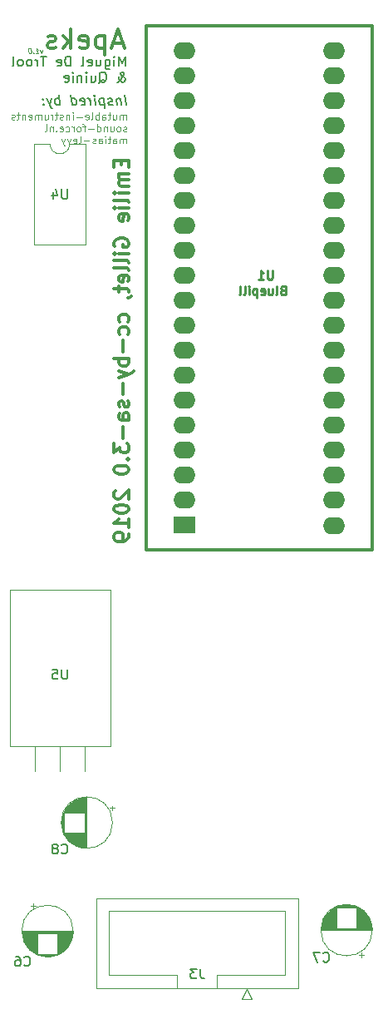
<source format=gbr>
%TF.GenerationSoftware,KiCad,Pcbnew,(6.0.0)*%
%TF.CreationDate,2022-11-14T01:28:36+01:00*%
%TF.ProjectId,Apeks,4170656b-732e-46b6-9963-61645f706362,rev?*%
%TF.SameCoordinates,Original*%
%TF.FileFunction,Legend,Bot*%
%TF.FilePolarity,Positive*%
%FSLAX46Y46*%
G04 Gerber Fmt 4.6, Leading zero omitted, Abs format (unit mm)*
G04 Created by KiCad (PCBNEW (6.0.0)) date 2022-11-14 01:28:36*
%MOMM*%
%LPD*%
G01*
G04 APERTURE LIST*
%ADD10C,0.375000*%
%ADD11C,0.100000*%
%ADD12C,0.300000*%
%ADD13C,0.125000*%
%ADD14C,0.200000*%
%ADD15C,0.150000*%
%ADD16C,0.222250*%
%ADD17C,0.120000*%
%ADD18C,0.304800*%
%ADD19R,2.250000X1.727200*%
%ADD20O,2.250000X1.727200*%
G04 APERTURE END LIST*
D10*
X112454842Y-38560333D02*
X111502461Y-38560333D01*
X112645319Y-39131761D02*
X111978652Y-37131761D01*
X111311985Y-39131761D01*
X110645319Y-37798428D02*
X110645319Y-39798428D01*
X110645319Y-37893666D02*
X110454842Y-37798428D01*
X110073890Y-37798428D01*
X109883414Y-37893666D01*
X109788176Y-37988904D01*
X109692938Y-38179380D01*
X109692938Y-38750809D01*
X109788176Y-38941285D01*
X109883414Y-39036523D01*
X110073890Y-39131761D01*
X110454842Y-39131761D01*
X110645319Y-39036523D01*
X108073890Y-39036523D02*
X108264366Y-39131761D01*
X108645319Y-39131761D01*
X108835795Y-39036523D01*
X108931033Y-38846047D01*
X108931033Y-38084142D01*
X108835795Y-37893666D01*
X108645319Y-37798428D01*
X108264366Y-37798428D01*
X108073890Y-37893666D01*
X107978652Y-38084142D01*
X107978652Y-38274619D01*
X108931033Y-38465095D01*
X107121509Y-39131761D02*
X107121509Y-37131761D01*
X106931033Y-38369857D02*
X106359604Y-39131761D01*
X106359604Y-37798428D02*
X107121509Y-38560333D01*
X105597700Y-39036523D02*
X105407223Y-39131761D01*
X105026271Y-39131761D01*
X104835795Y-39036523D01*
X104740557Y-38846047D01*
X104740557Y-38750809D01*
X104835795Y-38560333D01*
X105026271Y-38465095D01*
X105311985Y-38465095D01*
X105502461Y-38369857D01*
X105597700Y-38179380D01*
X105597700Y-38084142D01*
X105502461Y-37893666D01*
X105311985Y-37798428D01*
X105026271Y-37798428D01*
X104835795Y-37893666D01*
D11*
X112786428Y-46375785D02*
X112786428Y-45875785D01*
X112786428Y-45947214D02*
X112750714Y-45911500D01*
X112679285Y-45875785D01*
X112572142Y-45875785D01*
X112500714Y-45911500D01*
X112465000Y-45982928D01*
X112465000Y-46375785D01*
X112465000Y-45982928D02*
X112429285Y-45911500D01*
X112357857Y-45875785D01*
X112250714Y-45875785D01*
X112179285Y-45911500D01*
X112143571Y-45982928D01*
X112143571Y-46375785D01*
X111465000Y-45875785D02*
X111465000Y-46375785D01*
X111786428Y-45875785D02*
X111786428Y-46268642D01*
X111750714Y-46340071D01*
X111679285Y-46375785D01*
X111572142Y-46375785D01*
X111500714Y-46340071D01*
X111465000Y-46304357D01*
X111215000Y-45875785D02*
X110929285Y-45875785D01*
X111107857Y-45625785D02*
X111107857Y-46268642D01*
X111072142Y-46340071D01*
X111000714Y-46375785D01*
X110929285Y-46375785D01*
X110357857Y-46375785D02*
X110357857Y-45982928D01*
X110393571Y-45911500D01*
X110465000Y-45875785D01*
X110607857Y-45875785D01*
X110679285Y-45911500D01*
X110357857Y-46340071D02*
X110429285Y-46375785D01*
X110607857Y-46375785D01*
X110679285Y-46340071D01*
X110715000Y-46268642D01*
X110715000Y-46197214D01*
X110679285Y-46125785D01*
X110607857Y-46090071D01*
X110429285Y-46090071D01*
X110357857Y-46054357D01*
X110000714Y-46375785D02*
X110000714Y-45625785D01*
X110000714Y-45911500D02*
X109929285Y-45875785D01*
X109786428Y-45875785D01*
X109715000Y-45911500D01*
X109679285Y-45947214D01*
X109643571Y-46018642D01*
X109643571Y-46232928D01*
X109679285Y-46304357D01*
X109715000Y-46340071D01*
X109786428Y-46375785D01*
X109929285Y-46375785D01*
X110000714Y-46340071D01*
X109215000Y-46375785D02*
X109286428Y-46340071D01*
X109322142Y-46268642D01*
X109322142Y-45625785D01*
X108643571Y-46340071D02*
X108715000Y-46375785D01*
X108857857Y-46375785D01*
X108929285Y-46340071D01*
X108965000Y-46268642D01*
X108965000Y-45982928D01*
X108929285Y-45911500D01*
X108857857Y-45875785D01*
X108715000Y-45875785D01*
X108643571Y-45911500D01*
X108607857Y-45982928D01*
X108607857Y-46054357D01*
X108965000Y-46125785D01*
X108286428Y-46090071D02*
X107715000Y-46090071D01*
X107357857Y-46375785D02*
X107357857Y-45875785D01*
X107357857Y-45625785D02*
X107393571Y-45661500D01*
X107357857Y-45697214D01*
X107322142Y-45661500D01*
X107357857Y-45625785D01*
X107357857Y-45697214D01*
X107000714Y-45875785D02*
X107000714Y-46375785D01*
X107000714Y-45947214D02*
X106965000Y-45911500D01*
X106893571Y-45875785D01*
X106786428Y-45875785D01*
X106715000Y-45911500D01*
X106679285Y-45982928D01*
X106679285Y-46375785D01*
X106357857Y-46340071D02*
X106286428Y-46375785D01*
X106143571Y-46375785D01*
X106072142Y-46340071D01*
X106036428Y-46268642D01*
X106036428Y-46232928D01*
X106072142Y-46161500D01*
X106143571Y-46125785D01*
X106250714Y-46125785D01*
X106322142Y-46090071D01*
X106357857Y-46018642D01*
X106357857Y-45982928D01*
X106322142Y-45911500D01*
X106250714Y-45875785D01*
X106143571Y-45875785D01*
X106072142Y-45911500D01*
X105822142Y-45875785D02*
X105536428Y-45875785D01*
X105715000Y-45625785D02*
X105715000Y-46268642D01*
X105679285Y-46340071D01*
X105607857Y-46375785D01*
X105536428Y-46375785D01*
X105286428Y-46375785D02*
X105286428Y-45875785D01*
X105286428Y-46018642D02*
X105250714Y-45947214D01*
X105215000Y-45911500D01*
X105143571Y-45875785D01*
X105072142Y-45875785D01*
X104500714Y-45875785D02*
X104500714Y-46375785D01*
X104822142Y-45875785D02*
X104822142Y-46268642D01*
X104786428Y-46340071D01*
X104715000Y-46375785D01*
X104607857Y-46375785D01*
X104536428Y-46340071D01*
X104500714Y-46304357D01*
X104143571Y-46375785D02*
X104143571Y-45875785D01*
X104143571Y-45947214D02*
X104107857Y-45911500D01*
X104036428Y-45875785D01*
X103929285Y-45875785D01*
X103857857Y-45911500D01*
X103822142Y-45982928D01*
X103822142Y-46375785D01*
X103822142Y-45982928D02*
X103786428Y-45911500D01*
X103715000Y-45875785D01*
X103607857Y-45875785D01*
X103536428Y-45911500D01*
X103500714Y-45982928D01*
X103500714Y-46375785D01*
X102857857Y-46340071D02*
X102929285Y-46375785D01*
X103072142Y-46375785D01*
X103143571Y-46340071D01*
X103179285Y-46268642D01*
X103179285Y-45982928D01*
X103143571Y-45911500D01*
X103072142Y-45875785D01*
X102929285Y-45875785D01*
X102857857Y-45911500D01*
X102822142Y-45982928D01*
X102822142Y-46054357D01*
X103179285Y-46125785D01*
X102500714Y-45875785D02*
X102500714Y-46375785D01*
X102500714Y-45947214D02*
X102465000Y-45911500D01*
X102393571Y-45875785D01*
X102286428Y-45875785D01*
X102215000Y-45911500D01*
X102179285Y-45982928D01*
X102179285Y-46375785D01*
X101929285Y-45875785D02*
X101643571Y-45875785D01*
X101822142Y-45625785D02*
X101822142Y-46268642D01*
X101786428Y-46340071D01*
X101715000Y-46375785D01*
X101643571Y-46375785D01*
X101429285Y-46340071D02*
X101357857Y-46375785D01*
X101215000Y-46375785D01*
X101143571Y-46340071D01*
X101107857Y-46268642D01*
X101107857Y-46232928D01*
X101143571Y-46161500D01*
X101215000Y-46125785D01*
X101322142Y-46125785D01*
X101393571Y-46090071D01*
X101429285Y-46018642D01*
X101429285Y-45982928D01*
X101393571Y-45911500D01*
X101322142Y-45875785D01*
X101215000Y-45875785D01*
X101143571Y-45911500D01*
X112822142Y-47547571D02*
X112750714Y-47583285D01*
X112607857Y-47583285D01*
X112536428Y-47547571D01*
X112500714Y-47476142D01*
X112500714Y-47440428D01*
X112536428Y-47369000D01*
X112607857Y-47333285D01*
X112715000Y-47333285D01*
X112786428Y-47297571D01*
X112822142Y-47226142D01*
X112822142Y-47190428D01*
X112786428Y-47119000D01*
X112715000Y-47083285D01*
X112607857Y-47083285D01*
X112536428Y-47119000D01*
X112072142Y-47583285D02*
X112143571Y-47547571D01*
X112179285Y-47511857D01*
X112215000Y-47440428D01*
X112215000Y-47226142D01*
X112179285Y-47154714D01*
X112143571Y-47119000D01*
X112072142Y-47083285D01*
X111965000Y-47083285D01*
X111893571Y-47119000D01*
X111857857Y-47154714D01*
X111822142Y-47226142D01*
X111822142Y-47440428D01*
X111857857Y-47511857D01*
X111893571Y-47547571D01*
X111965000Y-47583285D01*
X112072142Y-47583285D01*
X111179285Y-47083285D02*
X111179285Y-47583285D01*
X111500714Y-47083285D02*
X111500714Y-47476142D01*
X111465000Y-47547571D01*
X111393571Y-47583285D01*
X111286428Y-47583285D01*
X111215000Y-47547571D01*
X111179285Y-47511857D01*
X110822142Y-47083285D02*
X110822142Y-47583285D01*
X110822142Y-47154714D02*
X110786428Y-47119000D01*
X110715000Y-47083285D01*
X110607857Y-47083285D01*
X110536428Y-47119000D01*
X110500714Y-47190428D01*
X110500714Y-47583285D01*
X109822142Y-47583285D02*
X109822142Y-46833285D01*
X109822142Y-47547571D02*
X109893571Y-47583285D01*
X110036428Y-47583285D01*
X110107857Y-47547571D01*
X110143571Y-47511857D01*
X110179285Y-47440428D01*
X110179285Y-47226142D01*
X110143571Y-47154714D01*
X110107857Y-47119000D01*
X110036428Y-47083285D01*
X109893571Y-47083285D01*
X109822142Y-47119000D01*
X109465000Y-47297571D02*
X108893571Y-47297571D01*
X108643571Y-47083285D02*
X108357857Y-47083285D01*
X108536428Y-47583285D02*
X108536428Y-46940428D01*
X108500714Y-46869000D01*
X108429285Y-46833285D01*
X108357857Y-46833285D01*
X108000714Y-47583285D02*
X108072142Y-47547571D01*
X108107857Y-47511857D01*
X108143571Y-47440428D01*
X108143571Y-47226142D01*
X108107857Y-47154714D01*
X108072142Y-47119000D01*
X108000714Y-47083285D01*
X107893571Y-47083285D01*
X107822142Y-47119000D01*
X107786428Y-47154714D01*
X107750714Y-47226142D01*
X107750714Y-47440428D01*
X107786428Y-47511857D01*
X107822142Y-47547571D01*
X107893571Y-47583285D01*
X108000714Y-47583285D01*
X107429285Y-47583285D02*
X107429285Y-47083285D01*
X107429285Y-47226142D02*
X107393571Y-47154714D01*
X107357857Y-47119000D01*
X107286428Y-47083285D01*
X107215000Y-47083285D01*
X106643571Y-47547571D02*
X106715000Y-47583285D01*
X106857857Y-47583285D01*
X106929285Y-47547571D01*
X106965000Y-47511857D01*
X107000714Y-47440428D01*
X107000714Y-47226142D01*
X106965000Y-47154714D01*
X106929285Y-47119000D01*
X106857857Y-47083285D01*
X106715000Y-47083285D01*
X106643571Y-47119000D01*
X106036428Y-47547571D02*
X106107857Y-47583285D01*
X106250714Y-47583285D01*
X106322142Y-47547571D01*
X106357857Y-47476142D01*
X106357857Y-47190428D01*
X106322142Y-47119000D01*
X106250714Y-47083285D01*
X106107857Y-47083285D01*
X106036428Y-47119000D01*
X106000714Y-47190428D01*
X106000714Y-47261857D01*
X106357857Y-47333285D01*
X105679285Y-47511857D02*
X105643571Y-47547571D01*
X105679285Y-47583285D01*
X105715000Y-47547571D01*
X105679285Y-47511857D01*
X105679285Y-47583285D01*
X105322142Y-47083285D02*
X105322142Y-47583285D01*
X105322142Y-47154714D02*
X105286428Y-47119000D01*
X105215000Y-47083285D01*
X105107857Y-47083285D01*
X105036428Y-47119000D01*
X105000714Y-47190428D01*
X105000714Y-47583285D01*
X104536428Y-47583285D02*
X104607857Y-47547571D01*
X104643571Y-47476142D01*
X104643571Y-46833285D01*
X112786428Y-48790785D02*
X112786428Y-48290785D01*
X112786428Y-48362214D02*
X112750714Y-48326500D01*
X112679285Y-48290785D01*
X112572142Y-48290785D01*
X112500714Y-48326500D01*
X112465000Y-48397928D01*
X112465000Y-48790785D01*
X112465000Y-48397928D02*
X112429285Y-48326500D01*
X112357857Y-48290785D01*
X112250714Y-48290785D01*
X112179285Y-48326500D01*
X112143571Y-48397928D01*
X112143571Y-48790785D01*
X111465000Y-48790785D02*
X111465000Y-48397928D01*
X111500714Y-48326500D01*
X111572142Y-48290785D01*
X111715000Y-48290785D01*
X111786428Y-48326500D01*
X111465000Y-48755071D02*
X111536428Y-48790785D01*
X111715000Y-48790785D01*
X111786428Y-48755071D01*
X111822142Y-48683642D01*
X111822142Y-48612214D01*
X111786428Y-48540785D01*
X111715000Y-48505071D01*
X111536428Y-48505071D01*
X111465000Y-48469357D01*
X111215000Y-48290785D02*
X110929285Y-48290785D01*
X111107857Y-48040785D02*
X111107857Y-48683642D01*
X111072142Y-48755071D01*
X111000714Y-48790785D01*
X110929285Y-48790785D01*
X110679285Y-48790785D02*
X110679285Y-48290785D01*
X110679285Y-48040785D02*
X110715000Y-48076500D01*
X110679285Y-48112214D01*
X110643571Y-48076500D01*
X110679285Y-48040785D01*
X110679285Y-48112214D01*
X110000714Y-48790785D02*
X110000714Y-48397928D01*
X110036428Y-48326500D01*
X110107857Y-48290785D01*
X110250714Y-48290785D01*
X110322142Y-48326500D01*
X110000714Y-48755071D02*
X110072142Y-48790785D01*
X110250714Y-48790785D01*
X110322142Y-48755071D01*
X110357857Y-48683642D01*
X110357857Y-48612214D01*
X110322142Y-48540785D01*
X110250714Y-48505071D01*
X110072142Y-48505071D01*
X110000714Y-48469357D01*
X109679285Y-48755071D02*
X109607857Y-48790785D01*
X109465000Y-48790785D01*
X109393571Y-48755071D01*
X109357857Y-48683642D01*
X109357857Y-48647928D01*
X109393571Y-48576500D01*
X109465000Y-48540785D01*
X109572142Y-48540785D01*
X109643571Y-48505071D01*
X109679285Y-48433642D01*
X109679285Y-48397928D01*
X109643571Y-48326500D01*
X109572142Y-48290785D01*
X109465000Y-48290785D01*
X109393571Y-48326500D01*
X109036428Y-48505071D02*
X108465000Y-48505071D01*
X108000714Y-48790785D02*
X108072142Y-48755071D01*
X108107857Y-48683642D01*
X108107857Y-48040785D01*
X107429285Y-48755071D02*
X107500714Y-48790785D01*
X107643571Y-48790785D01*
X107715000Y-48755071D01*
X107750714Y-48683642D01*
X107750714Y-48397928D01*
X107715000Y-48326500D01*
X107643571Y-48290785D01*
X107500714Y-48290785D01*
X107429285Y-48326500D01*
X107393571Y-48397928D01*
X107393571Y-48469357D01*
X107750714Y-48540785D01*
X107143571Y-48290785D02*
X106965000Y-48790785D01*
X106786428Y-48290785D01*
X106572142Y-48290785D02*
X106393571Y-48790785D01*
X106215000Y-48290785D02*
X106393571Y-48790785D01*
X106465000Y-48969357D01*
X106500714Y-49005071D01*
X106572142Y-49040785D01*
D12*
X112287857Y-50492857D02*
X112287857Y-50992857D01*
X113073571Y-51207142D02*
X113073571Y-50492857D01*
X111573571Y-50492857D01*
X111573571Y-51207142D01*
X113073571Y-51850000D02*
X112073571Y-51850000D01*
X112216428Y-51850000D02*
X112145000Y-51921428D01*
X112073571Y-52064285D01*
X112073571Y-52278571D01*
X112145000Y-52421428D01*
X112287857Y-52492857D01*
X113073571Y-52492857D01*
X112287857Y-52492857D02*
X112145000Y-52564285D01*
X112073571Y-52707142D01*
X112073571Y-52921428D01*
X112145000Y-53064285D01*
X112287857Y-53135714D01*
X113073571Y-53135714D01*
X113073571Y-53850000D02*
X112073571Y-53850000D01*
X111573571Y-53850000D02*
X111645000Y-53778571D01*
X111716428Y-53850000D01*
X111645000Y-53921428D01*
X111573571Y-53850000D01*
X111716428Y-53850000D01*
X113073571Y-54778571D02*
X113002142Y-54635714D01*
X112859285Y-54564285D01*
X111573571Y-54564285D01*
X113073571Y-55350000D02*
X112073571Y-55350000D01*
X111573571Y-55350000D02*
X111645000Y-55278571D01*
X111716428Y-55350000D01*
X111645000Y-55421428D01*
X111573571Y-55350000D01*
X111716428Y-55350000D01*
X113002142Y-56635714D02*
X113073571Y-56492857D01*
X113073571Y-56207142D01*
X113002142Y-56064285D01*
X112859285Y-55992857D01*
X112287857Y-55992857D01*
X112145000Y-56064285D01*
X112073571Y-56207142D01*
X112073571Y-56492857D01*
X112145000Y-56635714D01*
X112287857Y-56707142D01*
X112430714Y-56707142D01*
X112573571Y-55992857D01*
X111645000Y-59278571D02*
X111573571Y-59135714D01*
X111573571Y-58921428D01*
X111645000Y-58707142D01*
X111787857Y-58564285D01*
X111930714Y-58492857D01*
X112216428Y-58421428D01*
X112430714Y-58421428D01*
X112716428Y-58492857D01*
X112859285Y-58564285D01*
X113002142Y-58707142D01*
X113073571Y-58921428D01*
X113073571Y-59064285D01*
X113002142Y-59278571D01*
X112930714Y-59350000D01*
X112430714Y-59350000D01*
X112430714Y-59064285D01*
X113073571Y-59992857D02*
X112073571Y-59992857D01*
X111573571Y-59992857D02*
X111645000Y-59921428D01*
X111716428Y-59992857D01*
X111645000Y-60064285D01*
X111573571Y-59992857D01*
X111716428Y-59992857D01*
X113073571Y-60921428D02*
X113002142Y-60778571D01*
X112859285Y-60707142D01*
X111573571Y-60707142D01*
X113073571Y-61707142D02*
X113002142Y-61564285D01*
X112859285Y-61492857D01*
X111573571Y-61492857D01*
X113002142Y-62850000D02*
X113073571Y-62707142D01*
X113073571Y-62421428D01*
X113002142Y-62278571D01*
X112859285Y-62207142D01*
X112287857Y-62207142D01*
X112145000Y-62278571D01*
X112073571Y-62421428D01*
X112073571Y-62707142D01*
X112145000Y-62850000D01*
X112287857Y-62921428D01*
X112430714Y-62921428D01*
X112573571Y-62207142D01*
X112073571Y-63350000D02*
X112073571Y-63921428D01*
X111573571Y-63564285D02*
X112859285Y-63564285D01*
X113002142Y-63635714D01*
X113073571Y-63778571D01*
X113073571Y-63921428D01*
X113002142Y-64492857D02*
X113073571Y-64492857D01*
X113216428Y-64421428D01*
X113287857Y-64350000D01*
X113002142Y-66921428D02*
X113073571Y-66778571D01*
X113073571Y-66492857D01*
X113002142Y-66350000D01*
X112930714Y-66278571D01*
X112787857Y-66207142D01*
X112359285Y-66207142D01*
X112216428Y-66278571D01*
X112145000Y-66350000D01*
X112073571Y-66492857D01*
X112073571Y-66778571D01*
X112145000Y-66921428D01*
X113002142Y-68207142D02*
X113073571Y-68064285D01*
X113073571Y-67778571D01*
X113002142Y-67635714D01*
X112930714Y-67564285D01*
X112787857Y-67492857D01*
X112359285Y-67492857D01*
X112216428Y-67564285D01*
X112145000Y-67635714D01*
X112073571Y-67778571D01*
X112073571Y-68064285D01*
X112145000Y-68207142D01*
X112502142Y-68850000D02*
X112502142Y-69992857D01*
X113073571Y-70707142D02*
X111573571Y-70707142D01*
X112145000Y-70707142D02*
X112073571Y-70850000D01*
X112073571Y-71135714D01*
X112145000Y-71278571D01*
X112216428Y-71350000D01*
X112359285Y-71421428D01*
X112787857Y-71421428D01*
X112930714Y-71350000D01*
X113002142Y-71278571D01*
X113073571Y-71135714D01*
X113073571Y-70850000D01*
X113002142Y-70707142D01*
X112073571Y-71921428D02*
X113073571Y-72278571D01*
X112073571Y-72635714D02*
X113073571Y-72278571D01*
X113430714Y-72135714D01*
X113502142Y-72064285D01*
X113573571Y-71921428D01*
X112502142Y-73207142D02*
X112502142Y-74350000D01*
X113002142Y-74992857D02*
X113073571Y-75135714D01*
X113073571Y-75421428D01*
X113002142Y-75564285D01*
X112859285Y-75635714D01*
X112787857Y-75635714D01*
X112645000Y-75564285D01*
X112573571Y-75421428D01*
X112573571Y-75207142D01*
X112502142Y-75064285D01*
X112359285Y-74992857D01*
X112287857Y-74992857D01*
X112145000Y-75064285D01*
X112073571Y-75207142D01*
X112073571Y-75421428D01*
X112145000Y-75564285D01*
X113073571Y-76921428D02*
X112287857Y-76921428D01*
X112145000Y-76850000D01*
X112073571Y-76707142D01*
X112073571Y-76421428D01*
X112145000Y-76278571D01*
X113002142Y-76921428D02*
X113073571Y-76778571D01*
X113073571Y-76421428D01*
X113002142Y-76278571D01*
X112859285Y-76207142D01*
X112716428Y-76207142D01*
X112573571Y-76278571D01*
X112502142Y-76421428D01*
X112502142Y-76778571D01*
X112430714Y-76921428D01*
X112502142Y-77635714D02*
X112502142Y-78778571D01*
X111573571Y-79350000D02*
X111573571Y-80278571D01*
X112145000Y-79778571D01*
X112145000Y-79992857D01*
X112216428Y-80135714D01*
X112287857Y-80207142D01*
X112430714Y-80278571D01*
X112787857Y-80278571D01*
X112930714Y-80207142D01*
X113002142Y-80135714D01*
X113073571Y-79992857D01*
X113073571Y-79564285D01*
X113002142Y-79421428D01*
X112930714Y-79350000D01*
X112930714Y-80921428D02*
X113002142Y-80992857D01*
X113073571Y-80921428D01*
X113002142Y-80850000D01*
X112930714Y-80921428D01*
X113073571Y-80921428D01*
X111573571Y-81921428D02*
X111573571Y-82064285D01*
X111645000Y-82207142D01*
X111716428Y-82278571D01*
X111859285Y-82350000D01*
X112145000Y-82421428D01*
X112502142Y-82421428D01*
X112787857Y-82350000D01*
X112930714Y-82278571D01*
X113002142Y-82207142D01*
X113073571Y-82064285D01*
X113073571Y-81921428D01*
X113002142Y-81778571D01*
X112930714Y-81707142D01*
X112787857Y-81635714D01*
X112502142Y-81564285D01*
X112145000Y-81564285D01*
X111859285Y-81635714D01*
X111716428Y-81707142D01*
X111645000Y-81778571D01*
X111573571Y-81921428D01*
X111716428Y-84135714D02*
X111645000Y-84207142D01*
X111573571Y-84350000D01*
X111573571Y-84707142D01*
X111645000Y-84850000D01*
X111716428Y-84921428D01*
X111859285Y-84992857D01*
X112002142Y-84992857D01*
X112216428Y-84921428D01*
X113073571Y-84064285D01*
X113073571Y-84992857D01*
X111573571Y-85921428D02*
X111573571Y-86064285D01*
X111645000Y-86207142D01*
X111716428Y-86278571D01*
X111859285Y-86350000D01*
X112145000Y-86421428D01*
X112502142Y-86421428D01*
X112787857Y-86350000D01*
X112930714Y-86278571D01*
X113002142Y-86207142D01*
X113073571Y-86064285D01*
X113073571Y-85921428D01*
X113002142Y-85778571D01*
X112930714Y-85707142D01*
X112787857Y-85635714D01*
X112502142Y-85564285D01*
X112145000Y-85564285D01*
X111859285Y-85635714D01*
X111716428Y-85707142D01*
X111645000Y-85778571D01*
X111573571Y-85921428D01*
X113073571Y-87850000D02*
X113073571Y-86992857D01*
X113073571Y-87421428D02*
X111573571Y-87421428D01*
X111787857Y-87278571D01*
X111930714Y-87135714D01*
X112002142Y-86992857D01*
X113073571Y-88564285D02*
X113073571Y-88850000D01*
X113002142Y-88992857D01*
X112930714Y-89064285D01*
X112716428Y-89207142D01*
X112430714Y-89278571D01*
X111859285Y-89278571D01*
X111716428Y-89207142D01*
X111645000Y-89135714D01*
X111573571Y-88992857D01*
X111573571Y-88707142D01*
X111645000Y-88564285D01*
X111716428Y-88492857D01*
X111859285Y-88421428D01*
X112216428Y-88421428D01*
X112359285Y-88492857D01*
X112430714Y-88564285D01*
X112502142Y-88707142D01*
X112502142Y-88992857D01*
X112430714Y-89135714D01*
X112359285Y-89207142D01*
X112216428Y-89278571D01*
D13*
X104224955Y-39262857D02*
X104147574Y-39596190D01*
X103986860Y-39262857D01*
X103576145Y-39596190D02*
X103861860Y-39596190D01*
X103719002Y-39596190D02*
X103656502Y-39096190D01*
X103713050Y-39167619D01*
X103766622Y-39215238D01*
X103817217Y-39239047D01*
X103355907Y-39548571D02*
X103335074Y-39572380D01*
X103361860Y-39596190D01*
X103382693Y-39572380D01*
X103355907Y-39548571D01*
X103361860Y-39596190D01*
X102966026Y-39096190D02*
X102918407Y-39096190D01*
X102873764Y-39120000D01*
X102852931Y-39143809D01*
X102835074Y-39191428D01*
X102823169Y-39286666D01*
X102838050Y-39405714D01*
X102873764Y-39500952D01*
X102903526Y-39548571D01*
X102930312Y-39572380D01*
X102980907Y-39596190D01*
X103028526Y-39596190D01*
X103073169Y-39572380D01*
X103094002Y-39548571D01*
X103111860Y-39500952D01*
X103123764Y-39405714D01*
X103108883Y-39286666D01*
X103073169Y-39191428D01*
X103043407Y-39143809D01*
X103016622Y-39120000D01*
X102966026Y-39096190D01*
D14*
X112768548Y-44876980D02*
X112643548Y-43876980D01*
X112209025Y-44210314D02*
X112292358Y-44876980D01*
X112220929Y-44305552D02*
X112167358Y-44257933D01*
X112066167Y-44210314D01*
X111923310Y-44210314D01*
X111834025Y-44257933D01*
X111798310Y-44353171D01*
X111863786Y-44876980D01*
X111429263Y-44829361D02*
X111339977Y-44876980D01*
X111149501Y-44876980D01*
X111048310Y-44829361D01*
X110988786Y-44734123D01*
X110982834Y-44686504D01*
X111018548Y-44591266D01*
X111107834Y-44543647D01*
X111250691Y-44543647D01*
X111339977Y-44496028D01*
X111375691Y-44400790D01*
X111369739Y-44353171D01*
X111310215Y-44257933D01*
X111209025Y-44210314D01*
X111066167Y-44210314D01*
X110976882Y-44257933D01*
X110494739Y-44210314D02*
X110619739Y-45210314D01*
X110500691Y-44257933D02*
X110399501Y-44210314D01*
X110209025Y-44210314D01*
X110119739Y-44257933D01*
X110078072Y-44305552D01*
X110042358Y-44400790D01*
X110078072Y-44686504D01*
X110137596Y-44781742D01*
X110191167Y-44829361D01*
X110292358Y-44876980D01*
X110482834Y-44876980D01*
X110572120Y-44829361D01*
X109673310Y-44876980D02*
X109589977Y-44210314D01*
X109548310Y-43876980D02*
X109601882Y-43924600D01*
X109560215Y-43972219D01*
X109506644Y-43924600D01*
X109548310Y-43876980D01*
X109560215Y-43972219D01*
X109197120Y-44876980D02*
X109113786Y-44210314D01*
X109137596Y-44400790D02*
X109078072Y-44305552D01*
X109024501Y-44257933D01*
X108923310Y-44210314D01*
X108828072Y-44210314D01*
X108191167Y-44829361D02*
X108292358Y-44876980D01*
X108482834Y-44876980D01*
X108572120Y-44829361D01*
X108607834Y-44734123D01*
X108560215Y-44353171D01*
X108500691Y-44257933D01*
X108399501Y-44210314D01*
X108209025Y-44210314D01*
X108119739Y-44257933D01*
X108084025Y-44353171D01*
X108095929Y-44448409D01*
X108584025Y-44543647D01*
X107292358Y-44876980D02*
X107167358Y-43876980D01*
X107286405Y-44829361D02*
X107387596Y-44876980D01*
X107578072Y-44876980D01*
X107667358Y-44829361D01*
X107709025Y-44781742D01*
X107744739Y-44686504D01*
X107709025Y-44400790D01*
X107649501Y-44305552D01*
X107595929Y-44257933D01*
X107494739Y-44210314D01*
X107304263Y-44210314D01*
X107214977Y-44257933D01*
X106054263Y-44876980D02*
X105929263Y-43876980D01*
X105976882Y-44257933D02*
X105875691Y-44210314D01*
X105685215Y-44210314D01*
X105595929Y-44257933D01*
X105554263Y-44305552D01*
X105518548Y-44400790D01*
X105554263Y-44686504D01*
X105613786Y-44781742D01*
X105667358Y-44829361D01*
X105768548Y-44876980D01*
X105959025Y-44876980D01*
X106048310Y-44829361D01*
X105161405Y-44210314D02*
X105006644Y-44876980D01*
X104685215Y-44210314D02*
X105006644Y-44876980D01*
X105131644Y-45115076D01*
X105185215Y-45162695D01*
X105286405Y-45210314D01*
X104375691Y-44781742D02*
X104334025Y-44829361D01*
X104387596Y-44876980D01*
X104429263Y-44829361D01*
X104375691Y-44781742D01*
X104387596Y-44876980D01*
X104310215Y-44257933D02*
X104268548Y-44305552D01*
X104322120Y-44353171D01*
X104363786Y-44305552D01*
X104310215Y-44257933D01*
X104322120Y-44353171D01*
D15*
X112694404Y-40922380D02*
X112694404Y-39922380D01*
X112361071Y-40636666D01*
X112027738Y-39922380D01*
X112027738Y-40922380D01*
X111551547Y-40922380D02*
X111551547Y-40255714D01*
X111551547Y-39922380D02*
X111599166Y-39970000D01*
X111551547Y-40017619D01*
X111503928Y-39970000D01*
X111551547Y-39922380D01*
X111551547Y-40017619D01*
X110646785Y-40255714D02*
X110646785Y-41065238D01*
X110694404Y-41160476D01*
X110742023Y-41208095D01*
X110837261Y-41255714D01*
X110980119Y-41255714D01*
X111075357Y-41208095D01*
X110646785Y-40874761D02*
X110742023Y-40922380D01*
X110932500Y-40922380D01*
X111027738Y-40874761D01*
X111075357Y-40827142D01*
X111122976Y-40731904D01*
X111122976Y-40446190D01*
X111075357Y-40350952D01*
X111027738Y-40303333D01*
X110932500Y-40255714D01*
X110742023Y-40255714D01*
X110646785Y-40303333D01*
X109742023Y-40255714D02*
X109742023Y-40922380D01*
X110170595Y-40255714D02*
X110170595Y-40779523D01*
X110122976Y-40874761D01*
X110027738Y-40922380D01*
X109884880Y-40922380D01*
X109789642Y-40874761D01*
X109742023Y-40827142D01*
X108884880Y-40874761D02*
X108980119Y-40922380D01*
X109170595Y-40922380D01*
X109265833Y-40874761D01*
X109313452Y-40779523D01*
X109313452Y-40398571D01*
X109265833Y-40303333D01*
X109170595Y-40255714D01*
X108980119Y-40255714D01*
X108884880Y-40303333D01*
X108837261Y-40398571D01*
X108837261Y-40493809D01*
X109313452Y-40589047D01*
X108265833Y-40922380D02*
X108361071Y-40874761D01*
X108408690Y-40779523D01*
X108408690Y-39922380D01*
X107122976Y-40922380D02*
X107122976Y-39922380D01*
X106884880Y-39922380D01*
X106742023Y-39970000D01*
X106646785Y-40065238D01*
X106599166Y-40160476D01*
X106551547Y-40350952D01*
X106551547Y-40493809D01*
X106599166Y-40684285D01*
X106646785Y-40779523D01*
X106742023Y-40874761D01*
X106884880Y-40922380D01*
X107122976Y-40922380D01*
X105742023Y-40874761D02*
X105837261Y-40922380D01*
X106027738Y-40922380D01*
X106122976Y-40874761D01*
X106170595Y-40779523D01*
X106170595Y-40398571D01*
X106122976Y-40303333D01*
X106027738Y-40255714D01*
X105837261Y-40255714D01*
X105742023Y-40303333D01*
X105694404Y-40398571D01*
X105694404Y-40493809D01*
X106170595Y-40589047D01*
X104646785Y-39922380D02*
X104075357Y-39922380D01*
X104361071Y-40922380D02*
X104361071Y-39922380D01*
X103742023Y-40922380D02*
X103742023Y-40255714D01*
X103742023Y-40446190D02*
X103694404Y-40350952D01*
X103646785Y-40303333D01*
X103551547Y-40255714D01*
X103456309Y-40255714D01*
X102980119Y-40922380D02*
X103075357Y-40874761D01*
X103122976Y-40827142D01*
X103170595Y-40731904D01*
X103170595Y-40446190D01*
X103122976Y-40350952D01*
X103075357Y-40303333D01*
X102980119Y-40255714D01*
X102837261Y-40255714D01*
X102742023Y-40303333D01*
X102694404Y-40350952D01*
X102646785Y-40446190D01*
X102646785Y-40731904D01*
X102694404Y-40827142D01*
X102742023Y-40874761D01*
X102837261Y-40922380D01*
X102980119Y-40922380D01*
X102075357Y-40922380D02*
X102170595Y-40874761D01*
X102218214Y-40827142D01*
X102265833Y-40731904D01*
X102265833Y-40446190D01*
X102218214Y-40350952D01*
X102170595Y-40303333D01*
X102075357Y-40255714D01*
X101932500Y-40255714D01*
X101837261Y-40303333D01*
X101789642Y-40350952D01*
X101742023Y-40446190D01*
X101742023Y-40731904D01*
X101789642Y-40827142D01*
X101837261Y-40874761D01*
X101932500Y-40922380D01*
X102075357Y-40922380D01*
X101170595Y-40922380D02*
X101265833Y-40874761D01*
X101313452Y-40779523D01*
X101313452Y-39922380D01*
X111884880Y-42532380D02*
X111932500Y-42532380D01*
X112027738Y-42484761D01*
X112170595Y-42341904D01*
X112408690Y-42056190D01*
X112503928Y-41913333D01*
X112551547Y-41770476D01*
X112551547Y-41675238D01*
X112503928Y-41580000D01*
X112408690Y-41532380D01*
X112361071Y-41532380D01*
X112265833Y-41580000D01*
X112218214Y-41675238D01*
X112218214Y-41722857D01*
X112265833Y-41818095D01*
X112313452Y-41865714D01*
X112599166Y-42056190D01*
X112646785Y-42103809D01*
X112694404Y-42199047D01*
X112694404Y-42341904D01*
X112646785Y-42437142D01*
X112599166Y-42484761D01*
X112503928Y-42532380D01*
X112361071Y-42532380D01*
X112265833Y-42484761D01*
X112218214Y-42437142D01*
X112075357Y-42246666D01*
X112027738Y-42103809D01*
X112027738Y-42008571D01*
X110027738Y-42627619D02*
X110122976Y-42580000D01*
X110218214Y-42484761D01*
X110361071Y-42341904D01*
X110456309Y-42294285D01*
X110551547Y-42294285D01*
X110503928Y-42532380D02*
X110599166Y-42484761D01*
X110694404Y-42389523D01*
X110742023Y-42199047D01*
X110742023Y-41865714D01*
X110694404Y-41675238D01*
X110599166Y-41580000D01*
X110503928Y-41532380D01*
X110313452Y-41532380D01*
X110218214Y-41580000D01*
X110122976Y-41675238D01*
X110075357Y-41865714D01*
X110075357Y-42199047D01*
X110122976Y-42389523D01*
X110218214Y-42484761D01*
X110313452Y-42532380D01*
X110503928Y-42532380D01*
X109218214Y-41865714D02*
X109218214Y-42532380D01*
X109646785Y-41865714D02*
X109646785Y-42389523D01*
X109599166Y-42484761D01*
X109503928Y-42532380D01*
X109361071Y-42532380D01*
X109265833Y-42484761D01*
X109218214Y-42437142D01*
X108742023Y-42532380D02*
X108742023Y-41865714D01*
X108742023Y-41532380D02*
X108789642Y-41580000D01*
X108742023Y-41627619D01*
X108694404Y-41580000D01*
X108742023Y-41532380D01*
X108742023Y-41627619D01*
X108265833Y-41865714D02*
X108265833Y-42532380D01*
X108265833Y-41960952D02*
X108218214Y-41913333D01*
X108122976Y-41865714D01*
X107980119Y-41865714D01*
X107884880Y-41913333D01*
X107837261Y-42008571D01*
X107837261Y-42532380D01*
X107361071Y-42532380D02*
X107361071Y-41865714D01*
X107361071Y-41532380D02*
X107408690Y-41580000D01*
X107361071Y-41627619D01*
X107313452Y-41580000D01*
X107361071Y-41532380D01*
X107361071Y-41627619D01*
X106503928Y-42484761D02*
X106599166Y-42532380D01*
X106789642Y-42532380D01*
X106884880Y-42484761D01*
X106932500Y-42389523D01*
X106932500Y-42008571D01*
X106884880Y-41913333D01*
X106789642Y-41865714D01*
X106599166Y-41865714D01*
X106503928Y-41913333D01*
X106456309Y-42008571D01*
X106456309Y-42103809D01*
X106932500Y-42199047D01*
%TO.C,U4*%
X106806904Y-53437380D02*
X106806904Y-54246904D01*
X106759285Y-54342142D01*
X106711666Y-54389761D01*
X106616428Y-54437380D01*
X106425952Y-54437380D01*
X106330714Y-54389761D01*
X106283095Y-54342142D01*
X106235476Y-54246904D01*
X106235476Y-53437380D01*
X105330714Y-53770714D02*
X105330714Y-54437380D01*
X105568809Y-53389761D02*
X105806904Y-54104047D01*
X105187857Y-54104047D01*
%TO.C,J3*%
X120348333Y-132802380D02*
X120348333Y-133516666D01*
X120395952Y-133659523D01*
X120491190Y-133754761D01*
X120634047Y-133802380D01*
X120729285Y-133802380D01*
X119967380Y-132802380D02*
X119348333Y-132802380D01*
X119681666Y-133183333D01*
X119538809Y-133183333D01*
X119443571Y-133230952D01*
X119395952Y-133278571D01*
X119348333Y-133373809D01*
X119348333Y-133611904D01*
X119395952Y-133707142D01*
X119443571Y-133754761D01*
X119538809Y-133802380D01*
X119824523Y-133802380D01*
X119919761Y-133754761D01*
X119967380Y-133707142D01*
D16*
%TO.C,U1*%
X127677333Y-61743166D02*
X127677333Y-62462833D01*
X127635000Y-62547500D01*
X127592666Y-62589833D01*
X127508000Y-62632166D01*
X127338666Y-62632166D01*
X127254000Y-62589833D01*
X127211666Y-62547500D01*
X127169333Y-62462833D01*
X127169333Y-61743166D01*
X126280333Y-62632166D02*
X126788333Y-62632166D01*
X126534333Y-62632166D02*
X126534333Y-61743166D01*
X126619000Y-61870166D01*
X126703666Y-61954833D01*
X126788333Y-61997166D01*
X128752600Y-63726700D02*
X128625600Y-63769033D01*
X128583266Y-63811366D01*
X128540933Y-63896033D01*
X128540933Y-64023033D01*
X128583266Y-64107700D01*
X128625600Y-64150033D01*
X128710266Y-64192366D01*
X129048933Y-64192366D01*
X129048933Y-63303366D01*
X128752600Y-63303366D01*
X128667933Y-63345700D01*
X128625600Y-63388033D01*
X128583266Y-63472700D01*
X128583266Y-63557366D01*
X128625600Y-63642033D01*
X128667933Y-63684366D01*
X128752600Y-63726700D01*
X129048933Y-63726700D01*
X128032933Y-64192366D02*
X128117600Y-64150033D01*
X128159933Y-64065366D01*
X128159933Y-63303366D01*
X127313266Y-63599700D02*
X127313266Y-64192366D01*
X127694266Y-63599700D02*
X127694266Y-64065366D01*
X127651933Y-64150033D01*
X127567266Y-64192366D01*
X127440266Y-64192366D01*
X127355600Y-64150033D01*
X127313266Y-64107700D01*
X126551266Y-64150033D02*
X126635933Y-64192366D01*
X126805266Y-64192366D01*
X126889933Y-64150033D01*
X126932266Y-64065366D01*
X126932266Y-63726700D01*
X126889933Y-63642033D01*
X126805266Y-63599700D01*
X126635933Y-63599700D01*
X126551266Y-63642033D01*
X126508933Y-63726700D01*
X126508933Y-63811366D01*
X126932266Y-63896033D01*
X126127933Y-63599700D02*
X126127933Y-64488700D01*
X126127933Y-63642033D02*
X126043266Y-63599700D01*
X125873933Y-63599700D01*
X125789266Y-63642033D01*
X125746933Y-63684366D01*
X125704600Y-63769033D01*
X125704600Y-64023033D01*
X125746933Y-64107700D01*
X125789266Y-64150033D01*
X125873933Y-64192366D01*
X126043266Y-64192366D01*
X126127933Y-64150033D01*
X125323600Y-64192366D02*
X125323600Y-63599700D01*
X125323600Y-63303366D02*
X125365933Y-63345700D01*
X125323600Y-63388033D01*
X125281266Y-63345700D01*
X125323600Y-63303366D01*
X125323600Y-63388033D01*
X124773266Y-64192366D02*
X124857933Y-64150033D01*
X124900266Y-64065366D01*
X124900266Y-63303366D01*
X124307600Y-64192366D02*
X124392266Y-64150033D01*
X124434600Y-64065366D01*
X124434600Y-63303366D01*
D15*
%TO.C,C6*%
X102401666Y-132437142D02*
X102449285Y-132484761D01*
X102592142Y-132532380D01*
X102687380Y-132532380D01*
X102830238Y-132484761D01*
X102925476Y-132389523D01*
X102973095Y-132294285D01*
X103020714Y-132103809D01*
X103020714Y-131960952D01*
X102973095Y-131770476D01*
X102925476Y-131675238D01*
X102830238Y-131580000D01*
X102687380Y-131532380D01*
X102592142Y-131532380D01*
X102449285Y-131580000D01*
X102401666Y-131627619D01*
X101544523Y-131532380D02*
X101735000Y-131532380D01*
X101830238Y-131580000D01*
X101877857Y-131627619D01*
X101973095Y-131770476D01*
X102020714Y-131960952D01*
X102020714Y-132341904D01*
X101973095Y-132437142D01*
X101925476Y-132484761D01*
X101830238Y-132532380D01*
X101639761Y-132532380D01*
X101544523Y-132484761D01*
X101496904Y-132437142D01*
X101449285Y-132341904D01*
X101449285Y-132103809D01*
X101496904Y-132008571D01*
X101544523Y-131960952D01*
X101639761Y-131913333D01*
X101830238Y-131913333D01*
X101925476Y-131960952D01*
X101973095Y-132008571D01*
X102020714Y-132103809D01*
%TO.C,C7*%
X132881666Y-132022029D02*
X132929285Y-132069648D01*
X133072142Y-132117267D01*
X133167380Y-132117267D01*
X133310238Y-132069648D01*
X133405476Y-131974410D01*
X133453095Y-131879172D01*
X133500714Y-131688696D01*
X133500714Y-131545839D01*
X133453095Y-131355363D01*
X133405476Y-131260125D01*
X133310238Y-131164887D01*
X133167380Y-131117267D01*
X133072142Y-131117267D01*
X132929285Y-131164887D01*
X132881666Y-131212506D01*
X132548333Y-131117267D02*
X131881666Y-131117267D01*
X132310238Y-132117267D01*
%TO.C,C8*%
X106211666Y-121007142D02*
X106259285Y-121054761D01*
X106402142Y-121102380D01*
X106497380Y-121102380D01*
X106640238Y-121054761D01*
X106735476Y-120959523D01*
X106783095Y-120864285D01*
X106830714Y-120673809D01*
X106830714Y-120530952D01*
X106783095Y-120340476D01*
X106735476Y-120245238D01*
X106640238Y-120150000D01*
X106497380Y-120102380D01*
X106402142Y-120102380D01*
X106259285Y-120150000D01*
X106211666Y-120197619D01*
X105640238Y-120530952D02*
X105735476Y-120483333D01*
X105783095Y-120435714D01*
X105830714Y-120340476D01*
X105830714Y-120292857D01*
X105783095Y-120197619D01*
X105735476Y-120150000D01*
X105640238Y-120102380D01*
X105449761Y-120102380D01*
X105354523Y-120150000D01*
X105306904Y-120197619D01*
X105259285Y-120292857D01*
X105259285Y-120340476D01*
X105306904Y-120435714D01*
X105354523Y-120483333D01*
X105449761Y-120530952D01*
X105640238Y-120530952D01*
X105735476Y-120578571D01*
X105783095Y-120626190D01*
X105830714Y-120721428D01*
X105830714Y-120911904D01*
X105783095Y-121007142D01*
X105735476Y-121054761D01*
X105640238Y-121102380D01*
X105449761Y-121102380D01*
X105354523Y-121054761D01*
X105306904Y-121007142D01*
X105259285Y-120911904D01*
X105259285Y-120721428D01*
X105306904Y-120626190D01*
X105354523Y-120578571D01*
X105449761Y-120530952D01*
%TO.C,U5*%
X106806904Y-102322380D02*
X106806904Y-103131904D01*
X106759285Y-103227142D01*
X106711666Y-103274761D01*
X106616428Y-103322380D01*
X106425952Y-103322380D01*
X106330714Y-103274761D01*
X106283095Y-103227142D01*
X106235476Y-103131904D01*
X106235476Y-102322380D01*
X105283095Y-102322380D02*
X105759285Y-102322380D01*
X105806904Y-102798571D01*
X105759285Y-102750952D01*
X105664047Y-102703333D01*
X105425952Y-102703333D01*
X105330714Y-102750952D01*
X105283095Y-102798571D01*
X105235476Y-102893809D01*
X105235476Y-103131904D01*
X105283095Y-103227142D01*
X105330714Y-103274761D01*
X105425952Y-103322380D01*
X105664047Y-103322380D01*
X105759285Y-103274761D01*
X105806904Y-103227142D01*
D17*
%TO.C,U4*%
X107035000Y-48845000D02*
X108685000Y-48845000D01*
X103385000Y-48845000D02*
X105035000Y-48845000D01*
X108685000Y-48845000D02*
X108685000Y-59125000D01*
X108685000Y-59125000D02*
X103385000Y-59125000D01*
X103385000Y-59125000D02*
X103385000Y-48845000D01*
X105035000Y-48845000D02*
G75*
G03*
X107035000Y-48845000I1000000J0D01*
G01*
%TO.C,J3*%
X117965000Y-133425000D02*
X117965000Y-134735000D01*
X129005000Y-126925000D02*
X111025000Y-126925000D01*
X122065000Y-134735000D02*
X122065000Y-133425000D01*
X109725000Y-125615000D02*
X109725000Y-134735000D01*
X122065000Y-133425000D02*
X129005000Y-133425000D01*
X129005000Y-133425000D02*
X129005000Y-126925000D01*
X109725000Y-134735000D02*
X130305000Y-134735000D01*
X117965000Y-133425000D02*
X117965000Y-133425000D01*
X124595000Y-135874000D02*
X125095000Y-134874000D01*
X125095000Y-134874000D02*
X125595000Y-135874000D01*
X130305000Y-125615000D02*
X109725000Y-125615000D01*
X111025000Y-133425000D02*
X117965000Y-133425000D01*
X130305000Y-134735000D02*
X130305000Y-125615000D01*
X111025000Y-126925000D02*
X111025000Y-133425000D01*
X125595000Y-135874000D02*
X124595000Y-135874000D01*
D18*
%TO.C,U1*%
X137865000Y-90180000D02*
X137865000Y-36780000D01*
X114865000Y-36780000D02*
X114865000Y-90180000D01*
X137865000Y-36780000D02*
X114865000Y-36780000D01*
X114865000Y-90180000D02*
X137865000Y-90180000D01*
D17*
%TO.C,C6*%
X102680000Y-130470888D02*
X103735000Y-130470888D01*
X103050000Y-126395113D02*
X103550000Y-126395113D01*
X102446000Y-130070888D02*
X103735000Y-130070888D01*
X102206000Y-129189888D02*
X103735000Y-129189888D01*
X103032000Y-130870888D02*
X103735000Y-130870888D01*
X102307000Y-129710888D02*
X103735000Y-129710888D01*
X105815000Y-129349888D02*
X107325000Y-129349888D01*
X102528000Y-130230888D02*
X103735000Y-130230888D01*
X105815000Y-129910888D02*
X107173000Y-129910888D01*
X103524000Y-131230888D02*
X103735000Y-131230888D01*
X102320000Y-129750888D02*
X103735000Y-129750888D01*
X102465000Y-130110888D02*
X103735000Y-130110888D01*
X105815000Y-129830888D02*
X107203000Y-129830888D01*
X103275000Y-131070888D02*
X103735000Y-131070888D01*
X105815000Y-129990888D02*
X107140000Y-129990888D01*
X105815000Y-129790888D02*
X107217000Y-129790888D01*
X103170000Y-130990888D02*
X103735000Y-130990888D01*
X105815000Y-130870888D02*
X106518000Y-130870888D01*
X102195000Y-128949888D02*
X107355000Y-128949888D01*
X105815000Y-130950888D02*
X106428000Y-130950888D01*
X102197000Y-129069888D02*
X107353000Y-129069888D01*
X102232000Y-129389888D02*
X103735000Y-129389888D01*
X105815000Y-130150888D02*
X107065000Y-130150888D01*
X105815000Y-130270888D02*
X106999000Y-130270888D01*
X102990000Y-130830888D02*
X103735000Y-130830888D01*
X105815000Y-130910888D02*
X106474000Y-130910888D01*
X102911000Y-130750888D02*
X103735000Y-130750888D01*
X105815000Y-129309888D02*
X107331000Y-129309888D01*
X103392000Y-131150888D02*
X103735000Y-131150888D01*
X105815000Y-129389888D02*
X107318000Y-129389888D01*
X105815000Y-129629888D02*
X107266000Y-129629888D01*
X102393000Y-129950888D02*
X103735000Y-129950888D01*
X105815000Y-131190888D02*
X106094000Y-131190888D01*
X105815000Y-131110888D02*
X106218000Y-131110888D01*
X105815000Y-130830888D02*
X106560000Y-130830888D01*
X102740000Y-130550888D02*
X103735000Y-130550888D01*
X103300000Y-126145113D02*
X103300000Y-126645113D01*
X102219000Y-129309888D02*
X103735000Y-129309888D01*
X103860000Y-131390888D02*
X105690000Y-131390888D01*
X102274000Y-129589888D02*
X103735000Y-129589888D01*
X102195000Y-128989888D02*
X107355000Y-128989888D01*
X103122000Y-130950888D02*
X103735000Y-130950888D01*
X102333000Y-129790888D02*
X103735000Y-129790888D01*
X105815000Y-129269888D02*
X107336000Y-129269888D01*
X102361000Y-129870888D02*
X103735000Y-129870888D01*
X104491000Y-131550888D02*
X105059000Y-131550888D01*
X105815000Y-130470888D02*
X106870000Y-130470888D01*
X105815000Y-130390888D02*
X106924000Y-130390888D01*
X105815000Y-130630888D02*
X106746000Y-130630888D01*
X105815000Y-129429888D02*
X107311000Y-129429888D01*
X102210000Y-129229888D02*
X103735000Y-129229888D01*
X105815000Y-130990888D02*
X106380000Y-130990888D01*
X102427000Y-130030888D02*
X103735000Y-130030888D01*
X103456000Y-131190888D02*
X103735000Y-131190888D01*
X102626000Y-130390888D02*
X103735000Y-130390888D01*
X105815000Y-129589888D02*
X107276000Y-129589888D01*
X105815000Y-130750888D02*
X106639000Y-130750888D01*
X105815000Y-130230888D02*
X107022000Y-130230888D01*
X103970000Y-131430888D02*
X105580000Y-131430888D01*
X105815000Y-129870888D02*
X107189000Y-129870888D01*
X105815000Y-129189888D02*
X107344000Y-129189888D01*
X102284000Y-129629888D02*
X103735000Y-129629888D01*
X105815000Y-130790888D02*
X106601000Y-130790888D01*
X102653000Y-130430888D02*
X103735000Y-130430888D01*
X105815000Y-130590888D02*
X106779000Y-130590888D01*
X102255000Y-129509888D02*
X103735000Y-129509888D01*
X102202000Y-129149888D02*
X107348000Y-129149888D01*
X105815000Y-131150888D02*
X106158000Y-131150888D01*
X102600000Y-130350888D02*
X103735000Y-130350888D01*
X102838000Y-130670888D02*
X103735000Y-130670888D01*
X105815000Y-131070888D02*
X106275000Y-131070888D01*
X104098000Y-131470888D02*
X105452000Y-131470888D01*
X102710000Y-130510888D02*
X103735000Y-130510888D01*
X102575000Y-130310888D02*
X103735000Y-130310888D01*
X105815000Y-130670888D02*
X106712000Y-130670888D01*
X103332000Y-131110888D02*
X103735000Y-131110888D01*
X102874000Y-130710888D02*
X103735000Y-130710888D01*
X102485000Y-130150888D02*
X103735000Y-130150888D01*
X105815000Y-129229888D02*
X107340000Y-129229888D01*
X105815000Y-130710888D02*
X106676000Y-130710888D01*
X102225000Y-129349888D02*
X103735000Y-129349888D01*
X103221000Y-131030888D02*
X103735000Y-131030888D01*
X102507000Y-130190888D02*
X103735000Y-130190888D01*
X105815000Y-130350888D02*
X106950000Y-130350888D01*
X105815000Y-130030888D02*
X107123000Y-130030888D01*
X105815000Y-130430888D02*
X106897000Y-130430888D01*
X103764000Y-131350888D02*
X105786000Y-131350888D01*
X102247000Y-129469888D02*
X103735000Y-129469888D01*
X102771000Y-130590888D02*
X103735000Y-130590888D01*
X102551000Y-130270888D02*
X103735000Y-130270888D01*
X102264000Y-129549888D02*
X103735000Y-129549888D01*
X102199000Y-129109888D02*
X107351000Y-129109888D01*
X105815000Y-129750888D02*
X107230000Y-129750888D01*
X103597000Y-131270888D02*
X105953000Y-131270888D01*
X105815000Y-131030888D02*
X106329000Y-131030888D01*
X105815000Y-129710888D02*
X107243000Y-129710888D01*
X105815000Y-130510888D02*
X106840000Y-130510888D01*
X102804000Y-130630888D02*
X103735000Y-130630888D01*
X105815000Y-130550888D02*
X106810000Y-130550888D01*
X105815000Y-130110888D02*
X107085000Y-130110888D01*
X102295000Y-129670888D02*
X103735000Y-129670888D01*
X103076000Y-130910888D02*
X103735000Y-130910888D01*
X102949000Y-130790888D02*
X103735000Y-130790888D01*
X105815000Y-129670888D02*
X107255000Y-129670888D01*
X102196000Y-129029888D02*
X107354000Y-129029888D01*
X102347000Y-129830888D02*
X103735000Y-129830888D01*
X105815000Y-129509888D02*
X107295000Y-129509888D01*
X102410000Y-129990888D02*
X103735000Y-129990888D01*
X105815000Y-129950888D02*
X107157000Y-129950888D01*
X105815000Y-131230888D02*
X106026000Y-131230888D01*
X105815000Y-130070888D02*
X107104000Y-130070888D01*
X105815000Y-129469888D02*
X107303000Y-129469888D01*
X102214000Y-129269888D02*
X103735000Y-129269888D01*
X104257000Y-131510888D02*
X105293000Y-131510888D01*
X105815000Y-129549888D02*
X107286000Y-129549888D01*
X105815000Y-130310888D02*
X106975000Y-130310888D01*
X102377000Y-129910888D02*
X103735000Y-129910888D01*
X102239000Y-129429888D02*
X103735000Y-129429888D01*
X103677000Y-131310888D02*
X105873000Y-131310888D01*
X105815000Y-130190888D02*
X107043000Y-130190888D01*
X107395000Y-128949888D02*
G75*
G03*
X107395000Y-128949888I-2620000J0D01*
G01*
%TO.C,C7*%
X137766000Y-128260112D02*
X136295000Y-128260112D01*
X137683000Y-127979112D02*
X136295000Y-127979112D01*
X137565000Y-127699112D02*
X136295000Y-127699112D01*
X134215000Y-128420112D02*
X132712000Y-128420112D01*
X134215000Y-126819112D02*
X133650000Y-126819112D01*
X134215000Y-127579112D02*
X133008000Y-127579112D01*
X134215000Y-127499112D02*
X133055000Y-127499112D01*
X135773000Y-126299112D02*
X134737000Y-126299112D01*
X137156000Y-127099112D02*
X136295000Y-127099112D01*
X137791000Y-128380112D02*
X136295000Y-128380112D01*
X134215000Y-127099112D02*
X133354000Y-127099112D01*
X134215000Y-127939112D02*
X132841000Y-127939112D01*
X137833000Y-128740112D02*
X132677000Y-128740112D01*
X134215000Y-127859112D02*
X132873000Y-127859112D01*
X137545000Y-127659112D02*
X136295000Y-127659112D01*
X136170000Y-126419112D02*
X134340000Y-126419112D01*
X134215000Y-126739112D02*
X133755000Y-126739112D01*
X137119000Y-127059112D02*
X136295000Y-127059112D01*
X136954000Y-126899112D02*
X136295000Y-126899112D01*
X134215000Y-128460112D02*
X132705000Y-128460112D01*
X137603000Y-127779112D02*
X136295000Y-127779112D01*
X137350000Y-127339112D02*
X136295000Y-127339112D01*
X134215000Y-127779112D02*
X132907000Y-127779112D01*
X134215000Y-128220112D02*
X132754000Y-128220112D01*
X137697000Y-128019112D02*
X136295000Y-128019112D01*
X137455000Y-127499112D02*
X136295000Y-127499112D01*
X134215000Y-126619112D02*
X133936000Y-126619112D01*
X134215000Y-128580112D02*
X132690000Y-128580112D01*
X137831000Y-128700112D02*
X132679000Y-128700112D01*
X136980000Y-131414887D02*
X136480000Y-131414887D01*
X134215000Y-127459112D02*
X133080000Y-127459112D01*
X136506000Y-126579112D02*
X136295000Y-126579112D01*
X134215000Y-128300112D02*
X132735000Y-128300112D01*
X134215000Y-127979112D02*
X132827000Y-127979112D01*
X134215000Y-127339112D02*
X133160000Y-127339112D01*
X136638000Y-126659112D02*
X136295000Y-126659112D01*
X137746000Y-128180112D02*
X136295000Y-128180112D01*
X134215000Y-126859112D02*
X133602000Y-126859112D01*
X134215000Y-127379112D02*
X133133000Y-127379112D01*
X137040000Y-126979112D02*
X136295000Y-126979112D01*
X137798000Y-128420112D02*
X136295000Y-128420112D01*
X136755000Y-126739112D02*
X136295000Y-126739112D01*
X136998000Y-126939112D02*
X136295000Y-126939112D01*
X134215000Y-127299112D02*
X133190000Y-127299112D01*
X134215000Y-127179112D02*
X133284000Y-127179112D01*
X134215000Y-128260112D02*
X132744000Y-128260112D01*
X136353000Y-126499112D02*
X134157000Y-126499112D01*
X137290000Y-127259112D02*
X136295000Y-127259112D01*
X137226000Y-127179112D02*
X136295000Y-127179112D01*
X134215000Y-128500112D02*
X132699000Y-128500112D01*
X134215000Y-127539112D02*
X133031000Y-127539112D01*
X136860000Y-126819112D02*
X136295000Y-126819112D01*
X137835000Y-128820112D02*
X132675000Y-128820112D01*
X134215000Y-128380112D02*
X132719000Y-128380112D01*
X134215000Y-128139112D02*
X132775000Y-128139112D01*
X134215000Y-127659112D02*
X132965000Y-127659112D01*
X136908000Y-126859112D02*
X136295000Y-126859112D01*
X134215000Y-127059112D02*
X133391000Y-127059112D01*
X136698000Y-126699112D02*
X136295000Y-126699112D01*
X137669000Y-127939112D02*
X136295000Y-127939112D01*
X134215000Y-127899112D02*
X132857000Y-127899112D01*
X137820000Y-128580112D02*
X136295000Y-128580112D01*
X137816000Y-128540112D02*
X136295000Y-128540112D01*
X137637000Y-127859112D02*
X136295000Y-127859112D01*
X134215000Y-126659112D02*
X133872000Y-126659112D01*
X135932000Y-126339112D02*
X134578000Y-126339112D01*
X137320000Y-127299112D02*
X136295000Y-127299112D01*
X137723000Y-128099112D02*
X136295000Y-128099112D01*
X134215000Y-127419112D02*
X133106000Y-127419112D01*
X134215000Y-128620112D02*
X132686000Y-128620112D01*
X134215000Y-128340112D02*
X132727000Y-128340112D01*
X137710000Y-128059112D02*
X136295000Y-128059112D01*
X136809000Y-126779112D02*
X136295000Y-126779112D01*
X134215000Y-127139112D02*
X133318000Y-127139112D01*
X134215000Y-126579112D02*
X134004000Y-126579112D01*
X137523000Y-127619112D02*
X136295000Y-127619112D01*
X134215000Y-127259112D02*
X133220000Y-127259112D01*
X137502000Y-127579112D02*
X136295000Y-127579112D01*
X134215000Y-127739112D02*
X132926000Y-127739112D01*
X134215000Y-127019112D02*
X133429000Y-127019112D01*
X134215000Y-126779112D02*
X133701000Y-126779112D01*
X134215000Y-127699112D02*
X132945000Y-127699112D01*
X137834000Y-128780112D02*
X132676000Y-128780112D01*
X137404000Y-127419112D02*
X136295000Y-127419112D01*
X134215000Y-126899112D02*
X133556000Y-126899112D01*
X137192000Y-127139112D02*
X136295000Y-127139112D01*
X134215000Y-128019112D02*
X132813000Y-128019112D01*
X137756000Y-128220112D02*
X136295000Y-128220112D01*
X135539000Y-126259112D02*
X134971000Y-126259112D01*
X137584000Y-127739112D02*
X136295000Y-127739112D01*
X136060000Y-126379112D02*
X134450000Y-126379112D01*
X134215000Y-128059112D02*
X132800000Y-128059112D01*
X136574000Y-126619112D02*
X136295000Y-126619112D01*
X134215000Y-126939112D02*
X133512000Y-126939112D01*
X136266000Y-126459112D02*
X134244000Y-126459112D01*
X137430000Y-127459112D02*
X136295000Y-127459112D01*
X134215000Y-127219112D02*
X133251000Y-127219112D01*
X137479000Y-127539112D02*
X136295000Y-127539112D01*
X137735000Y-128139112D02*
X136295000Y-128139112D01*
X136730000Y-131664887D02*
X136730000Y-131164887D01*
X137081000Y-127019112D02*
X136295000Y-127019112D01*
X137620000Y-127819112D02*
X136295000Y-127819112D01*
X136433000Y-126539112D02*
X134077000Y-126539112D01*
X137828000Y-128660112D02*
X132682000Y-128660112D01*
X137653000Y-127899112D02*
X136295000Y-127899112D01*
X137775000Y-128300112D02*
X136295000Y-128300112D01*
X134215000Y-127819112D02*
X132890000Y-127819112D01*
X137811000Y-128500112D02*
X136295000Y-128500112D01*
X137835000Y-128860112D02*
X132675000Y-128860112D01*
X134215000Y-128180112D02*
X132764000Y-128180112D01*
X137824000Y-128620112D02*
X136295000Y-128620112D01*
X134215000Y-126979112D02*
X133470000Y-126979112D01*
X134215000Y-128540112D02*
X132694000Y-128540112D01*
X134215000Y-127619112D02*
X132987000Y-127619112D01*
X134215000Y-128099112D02*
X132787000Y-128099112D01*
X137783000Y-128340112D02*
X136295000Y-128340112D01*
X137259000Y-127219112D02*
X136295000Y-127219112D01*
X134215000Y-126699112D02*
X133812000Y-126699112D01*
X137377000Y-127379112D02*
X136295000Y-127379112D01*
X137805000Y-128460112D02*
X136295000Y-128460112D01*
X137875000Y-128860112D02*
G75*
G03*
X137875000Y-128860112I-2620000J0D01*
G01*
%TO.C,C8*%
X106620413Y-118960000D02*
X106620413Y-119363000D01*
X108781413Y-115340000D02*
X108781413Y-120500000D01*
X107180413Y-118960000D02*
X107180413Y-119955000D01*
X107860413Y-118960000D02*
X107860413Y-120334000D01*
X108341413Y-118960000D02*
X108341413Y-120463000D01*
X107940413Y-118960000D02*
X107940413Y-120362000D01*
X108541413Y-115351000D02*
X108541413Y-116880000D01*
X107620413Y-115610000D02*
X107620413Y-116880000D01*
X107660413Y-118960000D02*
X107660413Y-120249000D01*
X107220413Y-118960000D02*
X107220413Y-119985000D01*
X107860413Y-115506000D02*
X107860413Y-116880000D01*
X108101413Y-115429000D02*
X108101413Y-116880000D01*
X107900413Y-118960000D02*
X107900413Y-120348000D01*
X106860413Y-116177000D02*
X106860413Y-116880000D01*
X106460413Y-116742000D02*
X106460413Y-119098000D01*
X108461413Y-118960000D02*
X108461413Y-120481000D01*
X106980413Y-118960000D02*
X106980413Y-119784000D01*
X106940413Y-116094000D02*
X106940413Y-116880000D01*
X106820413Y-118960000D02*
X106820413Y-119619000D01*
X108020413Y-115452000D02*
X108020413Y-116880000D01*
X108501413Y-118960000D02*
X108501413Y-120485000D01*
X106180413Y-117636000D02*
X106180413Y-118204000D01*
X108381413Y-115370000D02*
X108381413Y-116880000D01*
X108461413Y-115359000D02*
X108461413Y-116880000D01*
X107500413Y-115673000D02*
X107500413Y-116880000D01*
X108421413Y-118960000D02*
X108421413Y-120476000D01*
X108341413Y-115377000D02*
X108341413Y-116880000D01*
X107540413Y-115652000D02*
X107540413Y-116880000D01*
X107140413Y-118960000D02*
X107140413Y-119924000D01*
X106940413Y-118960000D02*
X106940413Y-119746000D01*
X106900413Y-118960000D02*
X106900413Y-119705000D01*
X106540413Y-118960000D02*
X106540413Y-119239000D01*
X106700413Y-116366000D02*
X106700413Y-116880000D01*
X107740413Y-115555000D02*
X107740413Y-116880000D01*
X106740413Y-116315000D02*
X106740413Y-116880000D01*
X107100413Y-115949000D02*
X107100413Y-116880000D01*
X107340413Y-115771000D02*
X107340413Y-116880000D01*
X108581413Y-115347000D02*
X108581413Y-120493000D01*
X107260413Y-115825000D02*
X107260413Y-116880000D01*
X107980413Y-115465000D02*
X107980413Y-116880000D01*
X106420413Y-116822000D02*
X106420413Y-119018000D01*
X106340413Y-117005000D02*
X106340413Y-118835000D01*
X108221413Y-118960000D02*
X108221413Y-120440000D01*
X106500413Y-116669000D02*
X106500413Y-116880000D01*
X106580413Y-116537000D02*
X106580413Y-116880000D01*
X107580413Y-115630000D02*
X107580413Y-116880000D01*
X107020413Y-118960000D02*
X107020413Y-119821000D01*
X106780413Y-116267000D02*
X106780413Y-116880000D01*
X106660413Y-118960000D02*
X106660413Y-119420000D01*
X107980413Y-118960000D02*
X107980413Y-120375000D01*
X106620413Y-116477000D02*
X106620413Y-116880000D01*
X108301413Y-115384000D02*
X108301413Y-116880000D01*
X107460413Y-118960000D02*
X107460413Y-120144000D01*
X106900413Y-116135000D02*
X106900413Y-116880000D01*
X108301413Y-118960000D02*
X108301413Y-120456000D01*
X107260413Y-118960000D02*
X107260413Y-120015000D01*
X108141413Y-115419000D02*
X108141413Y-116880000D01*
X108421413Y-115364000D02*
X108421413Y-116880000D01*
X108020413Y-118960000D02*
X108020413Y-120388000D01*
X107060413Y-115983000D02*
X107060413Y-116880000D01*
X107140413Y-115916000D02*
X107140413Y-116880000D01*
X106540413Y-116601000D02*
X106540413Y-116880000D01*
X108621413Y-115344000D02*
X108621413Y-120496000D01*
X107820413Y-115522000D02*
X107820413Y-116880000D01*
X108101413Y-118960000D02*
X108101413Y-120411000D01*
X108381413Y-118960000D02*
X108381413Y-120470000D01*
X108181413Y-118960000D02*
X108181413Y-120431000D01*
X106380413Y-116909000D02*
X106380413Y-118931000D01*
X108661413Y-115342000D02*
X108661413Y-120498000D01*
X107020413Y-116019000D02*
X107020413Y-116880000D01*
X106220413Y-117402000D02*
X106220413Y-118438000D01*
X107380413Y-115745000D02*
X107380413Y-116880000D01*
X107540413Y-118960000D02*
X107540413Y-120188000D01*
X108060413Y-118960000D02*
X108060413Y-120400000D01*
X107660413Y-115591000D02*
X107660413Y-116880000D01*
X108541413Y-118960000D02*
X108541413Y-120489000D01*
X107820413Y-118960000D02*
X107820413Y-120318000D01*
X108261413Y-115392000D02*
X108261413Y-116880000D01*
X107220413Y-115855000D02*
X107220413Y-116880000D01*
X106700413Y-118960000D02*
X106700413Y-119474000D01*
X107580413Y-118960000D02*
X107580413Y-120210000D01*
X107100413Y-118960000D02*
X107100413Y-119891000D01*
X108701413Y-115341000D02*
X108701413Y-120499000D01*
X106500413Y-118960000D02*
X106500413Y-119171000D01*
X106300413Y-117115000D02*
X106300413Y-118725000D01*
X111336188Y-116195000D02*
X111336188Y-116695000D01*
X106660413Y-116420000D02*
X106660413Y-116880000D01*
X108181413Y-115409000D02*
X108181413Y-116880000D01*
X107780413Y-118960000D02*
X107780413Y-120302000D01*
X108060413Y-115440000D02*
X108060413Y-116880000D01*
X107460413Y-115696000D02*
X107460413Y-116880000D01*
X108501413Y-115355000D02*
X108501413Y-116880000D01*
X107740413Y-118960000D02*
X107740413Y-120285000D01*
X106980413Y-116056000D02*
X106980413Y-116880000D01*
X107780413Y-115538000D02*
X107780413Y-116880000D01*
X106580413Y-118960000D02*
X106580413Y-119303000D01*
X106780413Y-118960000D02*
X106780413Y-119573000D01*
X106740413Y-118960000D02*
X106740413Y-119525000D01*
X107500413Y-118960000D02*
X107500413Y-120167000D01*
X107700413Y-118960000D02*
X107700413Y-120268000D01*
X108221413Y-115400000D02*
X108221413Y-116880000D01*
X107940413Y-115478000D02*
X107940413Y-116880000D01*
X107900413Y-115492000D02*
X107900413Y-116880000D01*
X108261413Y-118960000D02*
X108261413Y-120448000D01*
X107420413Y-115720000D02*
X107420413Y-116880000D01*
X107620413Y-118960000D02*
X107620413Y-120230000D01*
X107340413Y-118960000D02*
X107340413Y-120069000D01*
X107300413Y-118960000D02*
X107300413Y-120042000D01*
X106260413Y-117243000D02*
X106260413Y-118597000D01*
X107180413Y-115885000D02*
X107180413Y-116880000D01*
X107300413Y-115798000D02*
X107300413Y-116880000D01*
X106860413Y-118960000D02*
X106860413Y-119663000D01*
X107700413Y-115572000D02*
X107700413Y-116880000D01*
X107060413Y-118960000D02*
X107060413Y-119857000D01*
X107380413Y-118960000D02*
X107380413Y-120095000D01*
X108741413Y-115340000D02*
X108741413Y-120500000D01*
X111586188Y-116445000D02*
X111086188Y-116445000D01*
X106820413Y-116221000D02*
X106820413Y-116880000D01*
X107420413Y-118960000D02*
X107420413Y-120120000D01*
X108141413Y-118960000D02*
X108141413Y-120421000D01*
X111401413Y-117920000D02*
G75*
G03*
X111401413Y-117920000I-2620000J0D01*
G01*
%TO.C,U5*%
X108585000Y-110125000D02*
X108585000Y-112665000D01*
X103505000Y-110125000D02*
X103505000Y-112665000D01*
X111165000Y-94235000D02*
X100925000Y-94235000D01*
X111165000Y-110125000D02*
X100925000Y-110125000D01*
X111165000Y-94235000D02*
X111165000Y-110125000D01*
X106045000Y-110125000D02*
X106045000Y-112665000D01*
X100925000Y-94235000D02*
X100925000Y-110125000D01*
%TD*%
D19*
%TO.C,U1*%
X118745000Y-87640800D03*
D20*
X118745000Y-85100800D03*
X118745000Y-82560800D03*
X118745000Y-80020800D03*
X118745000Y-77480800D03*
X118745000Y-74940800D03*
X118745000Y-72400800D03*
X118745000Y-69860800D03*
X118745000Y-67320800D03*
X118745000Y-64780800D03*
X118745000Y-62240800D03*
X118745000Y-59700800D03*
X118745000Y-57160800D03*
X118745000Y-54620800D03*
X118745000Y-52080800D03*
X118745000Y-49540800D03*
X118745000Y-47000800D03*
X118745000Y-44460800D03*
X118745000Y-41920800D03*
X118745000Y-39380800D03*
X133985000Y-39380800D03*
X133985000Y-41920800D03*
X133985000Y-44460800D03*
X133985000Y-47000800D03*
X133985000Y-49540800D03*
X133985000Y-52080800D03*
X133985000Y-54620800D03*
X133985000Y-57160800D03*
X133985000Y-59700800D03*
X133985000Y-62240800D03*
X133985000Y-64780800D03*
X133985000Y-67320800D03*
X133985000Y-69860800D03*
X133985000Y-72400800D03*
X133985000Y-74940800D03*
X133985000Y-77480800D03*
X133985000Y-80020800D03*
X133985000Y-82560800D03*
X133985000Y-85100800D03*
X133985000Y-87691600D03*
%TD*%
M02*

</source>
